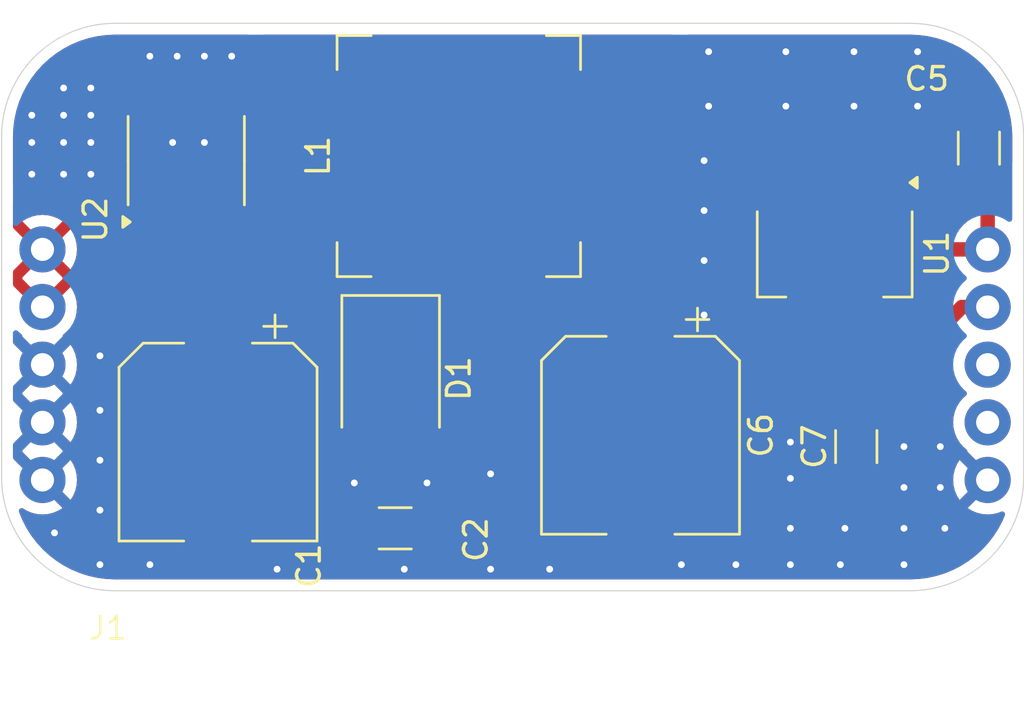
<source format=kicad_pcb>
(kicad_pcb (version 20240108) (generator "pcbnew") (generator_version "8.0")
  (layers (0 "F.Cu" signal) (31 "B.Cu" signal) (34 "B.Paste" user) (35 "F.Paste" user) (36 "B.SilkS" user "B.Silkscreen") (37 "F.SilkS" user "F.Silkscreen") (38 "B.Mask" user) (39 "F.Mask" user) (44 "Edge.Cuts" user))
  (net 0 "")
  (net 1 "VIN")
  (net 2 "GND")
  (net 3 "+3V3")
  (net 4 "+5V")
  (net 5 "Net-(D1-K)")
  (footprint "Capacitor_SMD:C_1206_3216Metric_Pad1.33x1.80mm_HandSolder" (layer "F.Cu") (at 84.5 52.8 90)
    (property "Reference" "C7" (at 0 -1.85 -90) (layer "F.SilkS"))
    (property "Value" "0.1u")
    (fp_line (start -0.711252 -0.91) (end 0.711252 -0.91) (stroke (width 0.12)) (layer "F.SilkS"))
    (fp_line (start -0.711252 0.91) (end 0.711252 0.91) (stroke (width 0.12)) (layer "F.SilkS"))
    (pad "1" smd roundrect (at -1.5625 0 90) (size 1.325 1.8) (layers "F.Cu" "F.Paste" "F.Mask") (roundrect_rratio 0.1886792453) (net 2 "GND"))
    (pad "2" smd roundrect (at 1.5625 0 90) (size 1.325 1.8) (layers "F.Cu" "F.Paste" "F.Mask") (roundrect_rratio 0.1886792453) (net 4 "+5V"))
  )
  (footprint "Capacitor_SMD:C_1206_3216Metric_Pad1.33x1.80mm_HandSolder" (layer "F.Cu") (at 64.2 56.4 180)
    (property "Reference" "C2" (at -3.55 -0.5 -90) (layer "F.SilkS"))
    (property "Value" "0.1u")
    (fp_line (start -0.711252 0.91) (end 0.711252 0.91) (stroke (width 0.12)) (layer "F.SilkS"))
    (fp_line (start -0.711252 -0.91) (end 0.711252 -0.91) (stroke (width 0.12)) (layer "F.SilkS"))
    (pad "1" smd roundrect (at -1.5625 0 180) (size 1.325 1.8) (layers "F.Cu" "F.Paste" "F.Mask") (roundrect_rratio 0.1886792453) (net 2 "GND"))
    (pad "2" smd roundrect (at 1.5625 0 180) (size 1.325 1.8) (layers "F.Cu" "F.Paste" "F.Mask") (roundrect_rratio 0.1886792453) (net 1 "VIN"))
  )
  (footprint "Capacitor_SMD:CP_Elec_8x10.5" (layer "F.Cu") (at 56.4 52.6 -90)
    (property "Reference" "C1" (at 5.45 -4 90) (layer "F.SilkS"))
    (property "Value" "330u")
    (fp_line (start -3.295563 4.36) (end 4.36 4.36) (stroke (width 0.12)) (layer "F.SilkS"))
    (fp_line (start 4.36 4.36) (end 4.36 1.51) (stroke (width 0.12)) (layer "F.SilkS"))
    (fp_line (start -4.36 3.295563) (end -3.295563 4.36) (stroke (width 0.12)) (layer "F.SilkS"))
    (fp_line (start -4.36 3.295563) (end -4.36 1.51) (stroke (width 0.12)) (layer "F.SilkS"))
    (fp_line (start -5.6 -2.51) (end -4.6 -2.51) (stroke (width 0.12)) (layer "F.SilkS"))
    (fp_line (start -5.1 -3.01) (end -5.1 -2.01) (stroke (width 0.12)) (layer "F.SilkS"))
    (fp_line (start -4.36 -3.295563) (end -4.36 -1.51) (stroke (width 0.12)) (layer "F.SilkS"))
    (fp_line (start -4.36 -3.295563) (end -3.295563 -4.36) (stroke (width 0.12)) (layer "F.SilkS"))
    (fp_line (start -3.295563 -4.36) (end 4.36 -4.36) (stroke (width 0.12)) (layer "F.SilkS"))
    (fp_line (start 4.36 -4.36) (end 4.36 -1.51) (stroke (width 0.12)) (layer "F.SilkS"))
    (pad "1" smd roundrect (at -3.7 0 270) (size 4.4 2.5) (layers "F.Cu" "F.Paste" "F.Mask") (roundrect_rratio 0.1) (net 1 "VIN"))
    (pad "2" smd roundrect (at 3.7 0 270) (size 4.4 2.5) (layers "F.Cu" "F.Paste" "F.Mask") (roundrect_rratio 0.1) (net 2 "GND"))
  )
  (footprint "Capacitor_SMD:C_1206_3216Metric_Pad1.33x1.80mm_HandSolder" (layer "F.Cu") (at 89.9 39.65 -90)
    (property "Reference" "C5" (at -3.050001 2.299999 180) (layer "F.SilkS"))
    (property "Value" "22u")
    (fp_line (start -0.711252 0.91) (end 0.711252 0.91) (stroke (width 0.12)) (layer "F.SilkS"))
    (fp_line (start -0.711252 -0.91) (end 0.711252 -0.91) (stroke (width 0.12)) (layer "F.SilkS"))
    (pad "1" smd roundrect (at -1.5625 0 270) (size 1.325 1.8) (layers "F.Cu" "F.Paste" "F.Mask") (roundrect_rratio 0.1886792453) (net 2 "GND"))
    (pad "2" smd roundrect (at 1.5625 0 270) (size 1.325 1.8) (layers "F.Cu" "F.Paste" "F.Mask") (roundrect_rratio 0.1886792453) (net 3 "+3V3"))
  )
  (footprint "Inductor_SMD:L_Bourns-SRN1060" (layer "F.Cu") (at 67 40 90)
    (property "Reference" "L1" (at 0 -6.2 -90) (layer "F.SilkS"))
    (property "Value" "47u")
    (fp_line (start 5.31 -5.36) (end 3.81 -5.36) (stroke (width 0.12)) (layer "F.SilkS"))
    (fp_line (start 5.31 -5.36) (end 5.31 -3.86) (stroke (width 0.12)) (layer "F.SilkS"))
    (fp_line (start -5.31 -5.36) (end -3.81 -5.36) (stroke (width 0.12)) (layer "F.SilkS"))
    (fp_line (start -5.31 -5.36) (end -5.31 -3.86) (stroke (width 0.12)) (layer "F.SilkS"))
    (fp_line (start 5.31 5.36) (end 5.31 3.86) (stroke (width 0.12)) (layer "F.SilkS"))
    (fp_line (start 5.31 5.36) (end 3.81 5.36) (stroke (width 0.12)) (layer "F.SilkS"))
    (fp_line (start -5.31 5.36) (end -5.31 3.86) (stroke (width 0.12)) (layer "F.SilkS"))
    (fp_line (start -5.31 5.36) (end -3.81 5.36) (stroke (width 0.12)) (layer "F.SilkS"))
    (pad "1" smd rect (at -3.3 0 90) (size 3.5 10.2) (layers "F.Cu" "F.Paste" "F.Mask") (net 5 "Net-(D1-K)"))
    (pad "2" smd rect (at 3.3 0 90) (size 3.5 10.2) (layers "F.Cu" "F.Paste" "F.Mask") (net 4 "+5V"))
  )
  (footprint "Diode_SMD:D_SMB" (layer "F.Cu") (at 64 49.8 -90)
    (property "Reference" "D1" (at 0 -3 90) (layer "F.SilkS"))
    (property "Value" "B220")
    (fp_line (start -3.66 2.15) (end 2.15 2.15) (stroke (width 0.12)) (layer "F.SilkS"))
    (fp_line (start -3.66 -2.15) (end -3.66 2.15) (stroke (width 0.12)) (layer "F.SilkS"))
    (fp_line (start -3.66 -2.15) (end 2.15 -2.15) (stroke (width 0.12)) (layer "F.SilkS"))
    (pad "1" smd roundrect (at -2.15 0 270) (size 2.5 2.3) (layers "F.Cu" "F.Paste" "F.Mask") (roundrect_rratio 0.1086956522) (net 5 "Net-(D1-K)"))
    (pad "2" smd roundrect (at 2.15 0 270) (size 2.5 2.3) (layers "F.Cu" "F.Paste" "F.Mask") (roundrect_rratio 0.1086956522) (net 2 "GND"))
  )
  (footprint "myparts:PowerBoardTemplate" (layer "F.Cu") (at 71.87 46.65)
    (property "Reference" "J1" (at -20.32 14.145 0) (layer "F.SilkS") (effects (font (thickness 0.1))))
    (property "Value" "PowerBoard")
    (fp_line (start -25 7.5) (end -25 -7.5) (stroke (width 0.05)) (layer "Edge.Cuts"))
    (fp_line (start -20 -12.5) (end 15 -12.5) (stroke (width 0.05)) (layer "Edge.Cuts"))
    (fp_line (start 15 12.5) (end -20 12.5) (stroke (width 0.05)) (layer "Edge.Cuts"))
    (fp_line (start 20 -7.5) (end 20 7.5) (stroke (width 0.05)) (layer "Edge.Cuts"))
    (fp_arc (start -25 -7.5) (mid -23.535534 -11.035534) (end -20 -12.5) (stroke (width 0.05)) (layer "Edge.Cuts"))
    (fp_arc (start -20 12.5) (mid -23.535534 11.035534) (end -25 7.5) (stroke (width 0.05)) (layer "Edge.Cuts"))
    (fp_arc (start 15 -12.5) (mid 18.535534 -11.035534) (end 20 -7.5) (stroke (width 0.05)) (layer "Edge.Cuts"))
    (fp_arc (start 20 7.5) (mid 18.535534 11.035534) (end 15 12.5) (stroke (width 0.05)) (layer "Edge.Cuts"))
    (pad "1" thru_hole circle (at -23.2 -2.54) (size 2.032 2.032) (drill 1.016) (layers "*.Cu" "*.Mask") (net 1 "VIN"))
    (pad "2" thru_hole circle (at -23.2 0) (size 2.032 2.032) (drill 1.016) (layers "*.Cu" "*.Mask") (net 1 "VIN"))
    (pad "3" thru_hole circle (at -23.2 2.54) (size 2.032 2.032) (drill 1.016) (layers "*.Cu" "*.Mask") (net 2 "GND"))
    (pad "4" thru_hole circle (at -23.2 5.08) (size 2.032 2.032) (drill 1.016) (layers "*.Cu" "*.Mask") (net 2 "GND"))
    (pad "5" thru_hole circle (at -23.2 7.62) (size 2.032 2.032) (drill 1.016) (layers "*.Cu" "*.Mask") (net 2 "GND"))
    (pad "6" thru_hole circle (at 18.415 7.62) (size 2.032 2.032) (drill 1.016) (layers "*.Cu" "*.Mask") (net 2 "GND"))
    (pad "7" thru_hole circle (at 18.415 5.08) (size 2.032 2.032) (drill 1.016) (layers "*.Cu" "*.Mask"))
    (pad "8" thru_hole circle (at 18.415 2.54) (size 2.032 2.032) (drill 1.016) (layers "*.Cu" "*.Mask"))
    (pad "9" thru_hole circle (at 18.415 0) (size 2.032 2.032) (drill 1.016) (layers "*.Cu" "*.Mask") (net 4 "+5V"))
    (pad "10" thru_hole circle (at 18.415 -2.54) (size 2.032 2.032) (drill 1.016) (layers "*.Cu" "*.Mask") (net 3 "+3V3"))
  )
  (footprint "Package_TO_SOT_SMD:SOT-223-3_TabPin2" (layer "F.Cu") (at 83.55 44.3 -90)
    (property "Reference" "U1" (at 0 -4.5 90) (layer "F.SilkS"))
    (property "Value" "LM1117MP-3.3")
    (fp_line (start -1.85 3.41) (end 1.91 3.41) (stroke (width 0.12)) (layer "F.SilkS"))
    (fp_line (start 1.91 3.41) (end 1.91 2.15) (stroke (width 0.12)) (layer "F.SilkS"))
    (fp_line (start -1.85 -3.41) (end 1.91 -3.41) (stroke (width 0.12)) (layer "F.SilkS"))
    (fp_line (start 1.91 -3.41) (end 1.91 -2.15) (stroke (width 0.12)) (layer "F.SilkS"))
    (fp_poly (pts (xy -3.13 -3.31) (xy -3.37 -3.64) (xy -2.89 -3.64) (xy -3.13 -3.31)) (stroke (width 0.12)) (fill solid) (layer "F.SilkS"))
    (pad "1" smd roundrect (at -3.15 -2.3 270) (size 2 1.5) (layers "F.Cu" "F.Paste" "F.Mask") (net 2 "GND"))
    (pad "2" smd roundrect (at -3.15 0 270) (size 2 1.5) (layers "F.Cu" "F.Paste" "F.Mask") (net 3 "+3V3"))
    (pad "2" smd roundrect (at 3.15 0 270) (size 2 3.8) (layers "F.Cu" "F.Paste" "F.Mask") (net 3 "+3V3"))
    (pad "3" smd roundrect (at -3.15 2.3 270) (size 2 1.5) (layers "F.Cu" "F.Paste" "F.Mask") (net 4 "+5V"))
  )
  (footprint "Capacitor_SMD:CP_Elec_8x10.5" (layer "F.Cu") (at 75 52.3 -90)
    (property "Reference" "C6" (at 0 -5.3 90) (layer "F.SilkS"))
    (property "Value" "330u")
    (fp_line (start -3.295563 4.36) (end 4.36 4.36) (stroke (width 0.12)) (layer "F.SilkS"))
    (fp_line (start 4.36 4.36) (end 4.36 1.51) (stroke (width 0.12)) (layer "F.SilkS"))
    (fp_line (start -4.36 3.295563) (end -3.295563 4.36) (stroke (width 0.12)) (layer "F.SilkS"))
    (fp_line (start -4.36 3.295563) (end -4.36 1.51) (stroke (width 0.12)) (layer "F.SilkS"))
    (fp_line (start -5.6 -2.51) (end -4.6 -2.51) (stroke (width 0.12)) (layer "F.SilkS"))
    (fp_line (start -5.1 -3.01) (end -5.1 -2.01) (stroke (width 0.12)) (layer "F.SilkS"))
    (fp_line (start -4.36 -3.295563) (end -4.36 -1.51) (stroke (width 0.12)) (layer "F.SilkS"))
    (fp_line (start -4.36 -3.295563) (end -3.295563 -4.36) (stroke (width 0.12)) (layer "F.SilkS"))
    (fp_line (start -3.295563 -4.36) (end 4.36 -4.36) (stroke (width 0.12)) (layer "F.SilkS"))
    (fp_line (start 4.36 -4.36) (end 4.36 -1.51) (stroke (width 0.12)) (layer "F.SilkS"))
    (pad "1" smd roundrect (at -3.7 0 270) (size 4.4 2.5) (layers "F.Cu" "F.Paste" "F.Mask") (roundrect_rratio 0.1) (net 4 "+5V"))
    (pad "2" smd roundrect (at 3.7 0 270) (size 4.4 2.5) (layers "F.Cu" "F.Paste" "F.Mask") (roundrect_rratio 0.1) (net 2 "GND"))
  )
  (footprint "Package_SO:SOP-8_3.9x4.9mm_P1.27mm" (layer "F.Cu") (at 55 40.2 90)
    (property "Reference" "U2" (at -2.6 -4 -90) (layer "F.SilkS"))
    (property "Value" "AP1509-50SG-13")
    (fp_line (start 0 -2.56) (end 1.95 -2.56) (stroke (width 0.12)) (layer "F.SilkS"))
    (fp_line (start 0 -2.56) (end -1.95 -2.56) (stroke (width 0.12)) (layer "F.SilkS"))
    (fp_line (start 0 2.56) (end 1.95 2.56) (stroke (width 0.12)) (layer "F.SilkS"))
    (fp_line (start 0 2.56) (end -1.95 2.56) (stroke (width 0.12)) (layer "F.SilkS"))
    (fp_poly (pts (xy -2.7 -2.465) (xy -2.94 -2.795) (xy -2.46 -2.795) (xy -2.7 -2.465)) (stroke (width 0.12)) (fill solid) (layer "F.SilkS"))
    (pad "1" smd roundrect (at -2.625 -1.905 90) (size 1.65 0.6) (layers "F.Cu" "F.Paste" "F.Mask") (net 1 "VIN"))
    (pad "2" smd roundrect (at -2.625 -0.635 90) (size 1.65 0.6) (layers "F.Cu" "F.Paste" "F.Mask") (net 5 "Net-(D1-K)"))
    (pad "3" smd roundrect (at -2.625 0.635 90) (size 1.65 0.6) (layers "F.Cu" "F.Paste" "F.Mask") (net 4 "+5V"))
    (pad "4" smd roundrect (at -2.625 1.905 90) (size 1.65 0.6) (layers "F.Cu" "F.Paste" "F.Mask") (net 2 "GND"))
    (pad "5" smd roundrect (at 2.625 1.905 90) (size 1.65 0.6) (layers "F.Cu" "F.Paste" "F.Mask") (net 2 "GND"))
    (pad "6" smd roundrect (at 2.625 0.635 90) (size 1.65 0.6) (layers "F.Cu" "F.Paste" "F.Mask") (net 2 "GND"))
    (pad "7" smd roundrect (at 2.625 -0.635 90) (size 1.65 0.6) (layers "F.Cu" "F.Paste" "F.Mask") (net 2 "GND"))
    (pad "8" smd roundrect (at 2.625 -1.905 90) (size 1.65 0.6) (layers "F.Cu" "F.Paste" "F.Mask") (net 2 "GND"))
  )
  (segment (start 58.7 48.9) (end 56.4 48.9) (width 0.635) (layer "F.Cu") (net 1))
  (segment (start 61.2 56.4) (end 60.2 55.4) (width 0.635) (layer "F.Cu") (net 1))
  (segment (start 60.2 50.4) (end 58.7 48.9) (width 0.635) (layer "F.Cu") (net 1))
  (segment (start 62.6375 56.4) (end 61.2 56.4) (width 0.635) (layer "F.Cu") (net 1))
  (segment (start 60.2 55.4) (end 60.2 50.4) (width 0.635) (layer "F.Cu") (net 1))
  (via (at 59 58.2) (size 0.7) (drill 0.3) (layers "F.Cu" "B.Cu") (net 2))
  (via (at 51.2 55.6) (size 0.7) (drill 0.3) (layers "F.Cu" "B.Cu") (net 2))
  (via (at 88.2 52.8) (size 0.7) (drill 0.3) (layers "F.Cu" "B.Cu") (net 2))
  (via (at 71 58.2) (size 0.7) (drill 0.3) (layers "F.Cu" "B.Cu") (net 2))
  (via (at 48.2 38.2) (size 0.7) (drill 0.3) (layers "F.Cu" "B.Cu") (net 2))
  (via (at 78 37.8) (size 0.7) (drill 0.3) (layers "F.Cu" "B.Cu") (net 2))
  (via (at 50.8 37) (size 0.7) (drill 0.3) (layers "F.Cu" "B.Cu") (net 2))
  (via (at 86.6 58) (size 0.7) (drill 0.3) (layers "F.Cu" "B.Cu") (net 2))
  (via (at 55.8 35.6) (size 0.7) (drill 0.3) (layers "F.Cu" "B.Cu") (net 2))
  (via (at 87.2 35.4) (size 0.7) (drill 0.3) (layers "F.Cu" "B.Cu") (net 2))
  (via (at 53.4 35.6) (size 0.7) (drill 0.3) (layers "F.Cu" "B.Cu") (net 2))
  (via (at 88.2 54.6) (size 0.7) (drill 0.3) (layers "F.Cu" "B.Cu") (net 2))
  (via (at 79.2 58) (size 0.7) (drill 0.3) (layers "F.Cu" "B.Cu") (net 2))
  (via (at 76.8 58) (size 0.7) (drill 0.3) (layers "F.Cu" "B.Cu") (net 2))
  (via (at 84.4 37.8) (size 0.7) (drill 0.3) (layers "F.Cu" "B.Cu") (net 2))
  (via (at 77.8 44.6) (size 0.7) (drill 0.3) (layers "F.Cu" "B.Cu") (net 2))
  (via (at 81.6 58) (size 0.7) (drill 0.3) (layers "F.Cu" "B.Cu") (net 2))
  (via (at 81.6 54.2) (size 0.7) (drill 0.3) (layers "F.Cu" "B.Cu") (net 2))
  (via (at 81.6 56.4) (size 0.7) (drill 0.3) (layers "F.Cu" "B.Cu") (net 2))
  (via (at 51.2 48.8) (size 0.7) (drill 0.3) (layers "F.Cu" "B.Cu") (net 2))
  (via (at 48.2 39.4) (size 0.7) (drill 0.3) (layers "F.Cu" "B.Cu") (net 2))
  (via (at 49.2 56.6) (size 0.7) (drill 0.3) (layers "F.Cu" "B.Cu") (net 2))
  (via (at 88.4 56.4) (size 0.7) (drill 0.3) (layers "F.Cu" "B.Cu") (net 2))
  (via (at 77.8 42.4) (size 0.7) (drill 0.3) (layers "F.Cu" "B.Cu") (net 2))
  (via (at 78 35.4) (size 0.7) (drill 0.3) (layers "F.Cu" "B.Cu") (net 2))
  (via (at 49.6 40.8) (size 0.7) (drill 0.3) (layers "F.Cu" "B.Cu") (net 2))
  (via (at 68.4 54) (size 0.7) (drill 0.3) (layers "F.Cu" "B.Cu") (net 2))
  (via (at 50.8 40.8) (size 0.7) (drill 0.3) (layers "F.Cu" "B.Cu") (net 2))
  (via (at 87.2 37.8) (size 0.7) (drill 0.3) (layers "F.Cu" "B.Cu") (net 2))
  (via (at 50.8 38.2) (size 0.7) (drill 0.3) (layers "F.Cu" "B.Cu") (net 2))
  (via (at 54.4 39.4) (size 0.7) (drill 0.3) (layers "F.Cu" "B.Cu") (net 2))
  (via (at 51.2 53.4) (size 0.7) (drill 0.3) (layers "F.Cu" "B.Cu") (net 2))
  (via (at 65.6 54.4) (size 0.7) (drill 0.3) (layers "F.Cu" "B.Cu") (net 2))
  (via (at 49.6 38.2) (size 0.7) (drill 0.3) (layers "F.Cu" "B.Cu") (net 2))
  (via (at 57 35.6) (size 0.7) (drill 0.3) (layers "F.Cu" "B.Cu") (net 2))
  (via (at 53.4 58) (size 0.7) (drill 0.3) (layers "F.Cu" "B.Cu") (net 2))
  (via (at 51.2 51.2) (size 0.7) (drill 0.3) (layers "F.Cu" "B.Cu") (net 2))
  (via (at 54.6 35.6) (size 0.7) (drill 0.3) (layers "F.Cu" "B.Cu") (net 2))
  (via (at 81.4 35.4) (size 0.7) (drill 0.3) (layers "F.Cu" "B.Cu") (net 2))
  (via (at 64.6 58.2) (size 0.7) (drill 0.3) (layers "F.Cu" "B.Cu") (net 2))
  (via (at 86.6 54.6) (size 0.7) (drill 0.3) (layers "F.Cu" "B.Cu") (net 2))
  (via (at 48.2 40.8) (size 0.7) (drill 0.3) (layers "F.Cu" "B.Cu") (net 2))
  (via (at 84.4 35.4) (size 0.7) (drill 0.3) (layers "F.Cu" "B.Cu") (net 2))
  (via (at 86.6 56.4) (size 0.7) (drill 0.3) (layers "F.Cu" "B.Cu") (net 2))
  (via (at 62.4 54.4) (size 0.7) (drill 0.3) (layers "F.Cu" "B.Cu") (net 2))
  (via (at 55.8 39.4) (size 0.7) (drill 0.3) (layers "F.Cu" "B.Cu") (net 2))
  (via (at 49.6 39.4) (size 0.7) (drill 0.3) (layers "F.Cu" "B.Cu") (net 2))
  (via (at 50.8 39.4) (size 0.7) (drill 0.3) (layers "F.Cu" "B.Cu") (net 2))
  (via (at 83.8 58) (size 0.7) (drill 0.3) (layers "F.Cu" "B.Cu") (net 2))
  (via (at 49.6 37) (size 0.7) (drill 0.3) (layers "F.Cu" "B.Cu") (net 2))
  (via (at 84 56.4) (size 0.7) (drill 0.3) (layers "F.Cu" "B.Cu") (net 2))
  (via (at 81.4 37.8) (size 0.7) (drill 0.3) (layers "F.Cu" "B.Cu") (net 2))
  (via (at 86.6 52.8) (size 0.7) (drill 0.3) (layers "F.Cu" "B.Cu") (net 2))
  (via (at 51.2 58) (size 0.7) (drill 0.3) (layers "F.Cu" "B.Cu") (net 2))
  (via (at 77.8 40.2) (size 0.7) (drill 0.3) (layers "F.Cu" "B.Cu") (net 2))
  (via (at 68.4 58.2) (size 0.7) (drill 0.3) (layers "F.Cu" "B.Cu") (net 2))
  (via (at 81.6 52.6) (size 0.7) (drill 0.3) (layers "F.Cu" "B.Cu") (net 2))
  (via (at 77.8 47) (size 0.7) (drill 0.3) (layers "F.Cu" "B.Cu") (net 2))
  (segment (start 90.285 44.11) (end 84.46 44.11) (width 0.635) (layer "F.Cu") (net 3))
  (segment (start 83.55 43.2) (end 83.55 47.45) (width 0.635) (layer "F.Cu") (net 3))
  (segment (start 90.285 42.485) (end 90.285 44.11) (width 0.635) (layer "F.Cu") (net 3))
  (segment (start 89.9 41.2125) (end 89.9 42.1) (width 0.635) (layer "F.Cu") (net 3))
  (segment (start 83.55 41.15) (end 83.55 43.2) (width 0.635) (layer "F.Cu") (net 3))
  (segment (start 89.9 42.1) (end 90.285 42.485) (width 0.635) (layer "F.Cu") (net 3))
  (segment (start 84.46 44.11) (end 83.55 43.2) (width 0.635) (layer "F.Cu") (net 3))
  (segment (start 89.15 46.65) (end 90.285 46.65) (width 0.635) (layer "F.Cu") (net 4))
  (segment (start 80.4 48) (end 80.4 44.6) (width 0.635) (layer "F.Cu") (net 4))
  (segment (start 80.4 44.6) (end 81.25 43.75) (width 0.635) (layer "F.Cu") (net 4))
  (segment (start 88 49.2) (end 88 47.8) (width 0.635) (layer "F.Cu") (net 4))
  (segment (start 84.5 51.2375) (end 85.9625 51.2375) (width 0.635) (layer "F.Cu") (net 4))
  (segment (start 84.5 51.2375) (end 82.0375 51.2375) (width 0.635) (layer "F.Cu") (net 4))
  (segment (start 80.4 48.4) (end 80.4 48) (width 0.635) (layer "F.Cu") (net 4))
  (segment (start 82.0375 51.2375) (end 80.4 49.6) (width 0.635) (layer "F.Cu") (net 4))
  (segment (start 81.25 43.75) (end 81.25 41.15) (width 0.635) (layer "F.Cu") (net 4))
  (segment (start 88 47.8) (end 89.15 46.65) (width 0.635) (layer "F.Cu") (net 4))
  (segment (start 85.9625 51.2375) (end 88 49.2) (width 0.635) (layer "F.Cu") (net 4))
  (segment (start 80.4 49.6) (end 80.4 48.4) (width 0.635) (layer "F.Cu") (net 4))
  (segment (start 75 48.6) (end 79.8 48.6) (width 0.635) (layer "F.Cu") (net 4))
  (segment (start 79.8 48.6) (end 80.4 48) (width 0.635) (layer "F.Cu") (net 4))
  (zone (net 2) (net_name "GND") (layer "F.Cu") (priority 4) (connect_pads thru_hole_only (clearance 0.5)) (min_thickness 0.25) (fill yes (thermal_gap 0.5) (thermal_bridge_width 0.5))
    (polygon (pts (xy 47 47.6) (xy 53.6 47.6) (xy 53.6 51.6) (xy 53.8 51.8) (xy 58.6 51.8) (xy 58.6 49.8) (xy 67.2 49.8) (xy 67.2 53) (xy 77 53) (xy 77 34.2) (xy 91.8 34.2) (xy 91.8 59.2) (xy 46.8 59.2) (xy 46.8 47.8)))
  )
  (zone (net 5) (net_name "Net-(D1-K)") (layer "F.Cu") (priority 1) (connect_pads thru_hole_only (clearance 0.5)) (min_thickness 0.25) (fill yes (thermal_gap 0.5) (thermal_bridge_width 0.5))
    (polygon (pts (xy 53.8 41.4) (xy 55 41.4) (xy 55 45) (xy 59.2 45) (xy 59.2 40.6) (xy 73.4 40.6) (xy 73.4 46) (xy 67.2 46) (xy 67.2 49.8) (xy 58.6 49.8) (xy 58.6 46) (xy 53.8 46)))
  )
  (zone (net 2) (net_name "GND") (layer "F.Cu") (priority 3) (connect_pads thru_hole_only (clearance 0.5)) (min_thickness 0.25) (fill yes (thermal_gap 0.5) (thermal_bridge_width 0.5))
    (polygon (pts (xy 47 41.4) (xy 56.2 41.4) (xy 56.2 44) (xy 57.8 44) (xy 57.8 34.2) (xy 47 34.2)))
  )
  (zone (net 4) (net_name "+5V") (layer "F.Cu") (priority 2) (connect_pads thru_hole_only (clearance 0.5)) (min_thickness 0.25) (fill yes (thermal_gap 0.5) (thermal_bridge_width 0.5))
    (polygon (pts (xy 55 41.4) (xy 56.2 41.4) (xy 56.2 44) (xy 57.8 44) (xy 57.8 34.2) (xy 77 34.2) (xy 77 53) (xy 67.2 53) (xy 67.2 46) (xy 73.4 46) (xy 73.4 40.6) (xy 59.2 40.6) (xy 59.2 45) (xy 55 45)))
  )
  (zone (net 1) (net_name "VIN") (layer "F.Cu") (connect_pads thru_hole_only (clearance 0.5)) (min_thickness 0.25) (fill yes (thermal_gap 0.5) (thermal_bridge_width 0.5))
    (polygon (pts (xy 47 41.4) (xy 53.8 41.4) (xy 53.8 46) (xy 58.6 46) (xy 58.6 51.8) (xy 53.8 51.8) (xy 53.6 51.6) (xy 53.6 47.8) (xy 53.4 47.6) (xy 47 47.6)))
  )
  (zone (net 2) (net_name "GND") (layer "B.Cu") (priority 5) (connect_pads thru_hole_only (clearance 0.5)) (min_thickness 0.25) (fill yes (thermal_gap 0.5) (thermal_bridge_width 0.5))
    (polygon (pts (xy 91.8 34.2) (xy 91.8 59.2) (xy 46.8 59.2) (xy 46.8 34.2)))
  )
)
</source>
